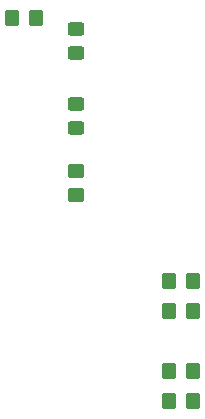
<source format=gtp>
G04 #@! TF.GenerationSoftware,KiCad,Pcbnew,7.0.1*
G04 #@! TF.CreationDate,2023-04-02T16:08:21+02:00*
G04 #@! TF.ProjectId,PMOD SPI SD TFT,504d4f44-2053-4504-9920-534420544654,V1.0*
G04 #@! TF.SameCoordinates,Original*
G04 #@! TF.FileFunction,Paste,Top*
G04 #@! TF.FilePolarity,Positive*
%FSLAX46Y46*%
G04 Gerber Fmt 4.6, Leading zero omitted, Abs format (unit mm)*
G04 Created by KiCad (PCBNEW 7.0.1) date 2023-04-02 16:08:21*
%MOMM*%
%LPD*%
G01*
G04 APERTURE LIST*
G04 Aperture macros list*
%AMRoundRect*
0 Rectangle with rounded corners*
0 $1 Rounding radius*
0 $2 $3 $4 $5 $6 $7 $8 $9 X,Y pos of 4 corners*
0 Add a 4 corners polygon primitive as box body*
4,1,4,$2,$3,$4,$5,$6,$7,$8,$9,$2,$3,0*
0 Add four circle primitives for the rounded corners*
1,1,$1+$1,$2,$3*
1,1,$1+$1,$4,$5*
1,1,$1+$1,$6,$7*
1,1,$1+$1,$8,$9*
0 Add four rect primitives between the rounded corners*
20,1,$1+$1,$2,$3,$4,$5,0*
20,1,$1+$1,$4,$5,$6,$7,0*
20,1,$1+$1,$6,$7,$8,$9,0*
20,1,$1+$1,$8,$9,$2,$3,0*%
G04 Aperture macros list end*
%ADD10RoundRect,0.250000X0.350000X0.450000X-0.350000X0.450000X-0.350000X-0.450000X0.350000X-0.450000X0*%
%ADD11RoundRect,0.250000X-0.450000X0.325000X-0.450000X-0.325000X0.450000X-0.325000X0.450000X0.325000X0*%
%ADD12RoundRect,0.250000X-0.350000X-0.450000X0.350000X-0.450000X0.350000X0.450000X-0.350000X0.450000X0*%
%ADD13RoundRect,0.250000X-0.450000X0.350000X-0.450000X-0.350000X0.450000X-0.350000X0.450000X0.350000X0*%
%ADD14RoundRect,0.250000X0.450000X-0.325000X0.450000X0.325000X-0.450000X0.325000X-0.450000X-0.325000X0*%
G04 APERTURE END LIST*
D10*
X-21860000Y1270000D03*
X-23860000Y1270000D03*
D11*
X-31750000Y22615000D03*
X-31750000Y20565000D03*
D10*
X-21860000Y-8890000D03*
X-23860000Y-8890000D03*
D12*
X-23860000Y-6350000D03*
X-21860000Y-6350000D03*
X-23860000Y-1270000D03*
X-21860000Y-1270000D03*
D10*
X-35195000Y23495000D03*
X-37195000Y23495000D03*
D13*
X-31750000Y10525000D03*
X-31750000Y8525000D03*
D14*
X-31750000Y14215000D03*
X-31750000Y16265000D03*
M02*

</source>
